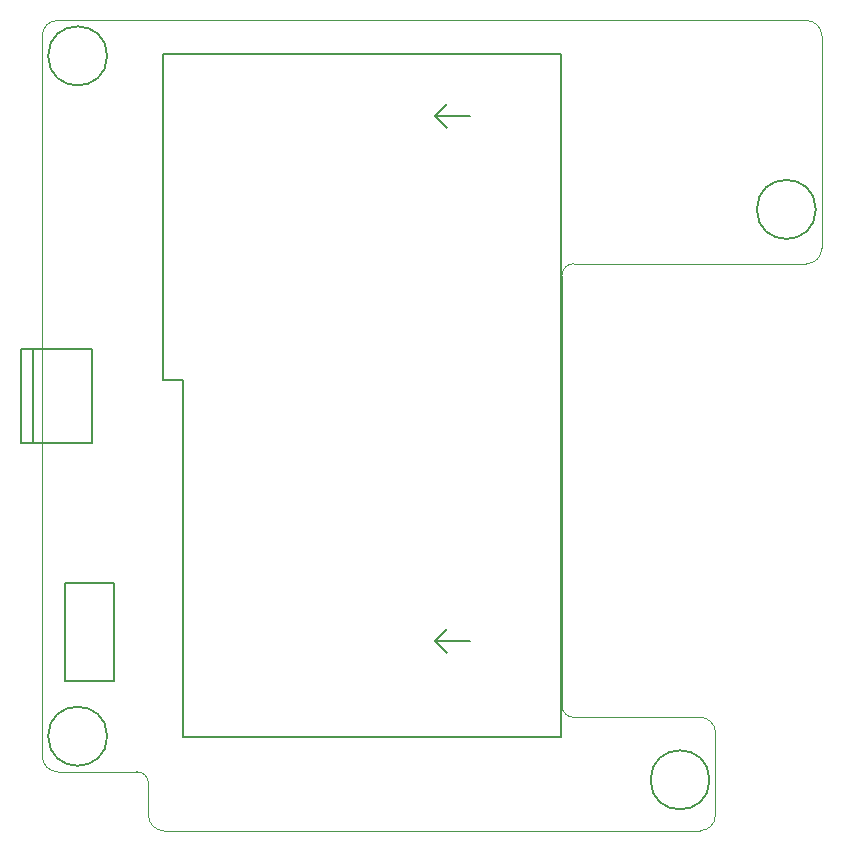
<source format=gto>
G04 (created by PCBNEW (2013-07-07 BZR 4022)-stable) date 21/06/2014 12:19:05*
%MOIN*%
G04 Gerber Fmt 3.4, Leading zero omitted, Abs format*
%FSLAX34Y34*%
G01*
G70*
G90*
G04 APERTURE LIST*
%ADD10C,0.00590551*%
%ADD11C,0.000393701*%
G04 APERTURE END LIST*
G54D10*
G54D11*
X42173Y-51606D02*
X42173Y-27590D01*
X42173Y-27590D02*
G75*
G02X42685Y-27078I511J0D01*
G74*
G01*
X45716Y-52511D02*
X45716Y-53574D01*
X42685Y-52118D02*
X45322Y-52118D01*
X67645Y-27078D02*
X42685Y-27078D01*
X68157Y-34677D02*
X68157Y-27590D01*
X59889Y-35188D02*
X67645Y-35188D01*
X59496Y-49913D02*
X59496Y-35582D01*
X64102Y-50307D02*
X59889Y-50307D01*
X64614Y-53574D02*
X64614Y-50818D01*
X46228Y-54086D02*
X64102Y-54086D01*
X45322Y-52118D02*
G75*
G02X45716Y-52511I0J-393D01*
G74*
G01*
X42685Y-52118D02*
G75*
G02X42173Y-51606I0J511D01*
G74*
G01*
X67645Y-27078D02*
G75*
G02X68157Y-27590I0J-511D01*
G74*
G01*
X68157Y-34678D02*
G75*
G02X67645Y-35188I-511J0D01*
G74*
G01*
X59496Y-35581D02*
G75*
G02X59889Y-35188I393J0D01*
G74*
G01*
X59889Y-50307D02*
G75*
G02X59496Y-49913I0J393D01*
G74*
G01*
X64103Y-50307D02*
G75*
G02X64614Y-50818I0J-511D01*
G74*
G01*
X64614Y-53575D02*
G75*
G02X64102Y-54086I-511J0D01*
G74*
G01*
X46227Y-54086D02*
G75*
G02X45716Y-53574I0J511D01*
G74*
G01*
G54D10*
X44574Y-45838D02*
X44574Y-49106D01*
X44574Y-49106D02*
X42921Y-49106D01*
X42921Y-49106D02*
X42921Y-45838D01*
X42921Y-45838D02*
X44574Y-45838D01*
X41858Y-38023D02*
X41464Y-38023D01*
X41464Y-38023D02*
X41464Y-41173D01*
X41464Y-41173D02*
X41858Y-41173D01*
X41858Y-38023D02*
X41858Y-41173D01*
X41858Y-41173D02*
X43846Y-41173D01*
X43846Y-41173D02*
X43846Y-38023D01*
X43846Y-38023D02*
X41858Y-38023D01*
X46854Y-50956D02*
X46854Y-39066D01*
X46854Y-39066D02*
X46204Y-39066D01*
X59452Y-28200D02*
X59452Y-50956D01*
X59452Y-50956D02*
X46854Y-50956D01*
X46204Y-39066D02*
X46204Y-28200D01*
X46204Y-28200D02*
X59452Y-28200D01*
X55259Y-30267D02*
X55653Y-29874D01*
X55259Y-30267D02*
X55653Y-30661D01*
X55259Y-30267D02*
X56440Y-30267D01*
X55259Y-47767D02*
X55653Y-47374D01*
X55259Y-47767D02*
X55653Y-48161D01*
X55259Y-47767D02*
X56440Y-47767D01*
X67960Y-33377D02*
G75*
G03X67960Y-33377I-984J0D01*
G74*
G01*
X44338Y-28259D02*
G75*
G03X44338Y-28259I-984J0D01*
G74*
G01*
X64417Y-52393D02*
G75*
G03X64417Y-52393I-984J0D01*
G74*
G01*
X44338Y-50937D02*
G75*
G03X44338Y-50937I-984J0D01*
G74*
G01*
M02*

</source>
